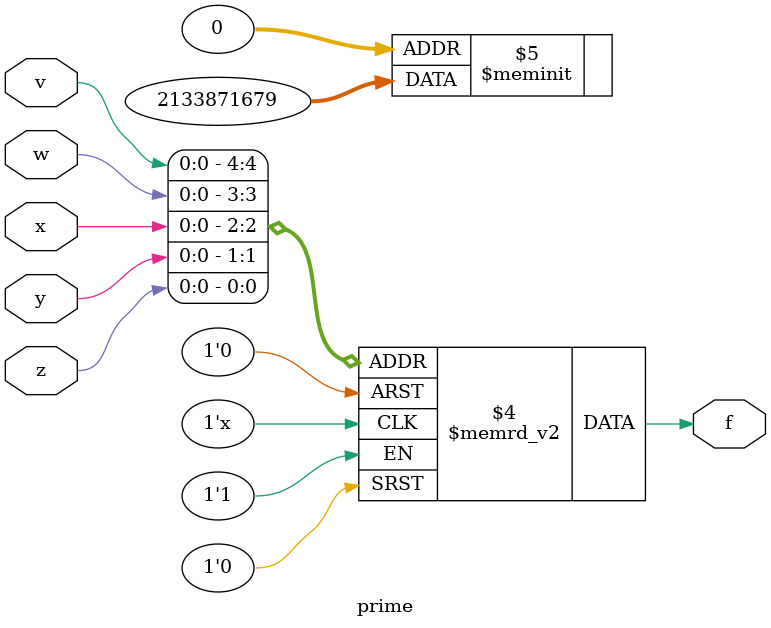
<source format=v>
/*module prime(n,f);
  input [3:0]n;
  output f;
  assign f=(n==1)|(n==2)|(n==3)|(n==5)|(n==7)|(n==11)|(n==13);
endmodule*/

/*module prime(n,f);
  input [3:0]n;
  output f;
  assign f=(~n[3]&~n[2]&~n[1]&n[0])|(~n[3]&~n[2]&n[1]&~n[0])|(~n[3]&~n[2]&n[1]&n[0])|(~n[3]&n[2]&~n[1]&n[0])|(~n[3]&n[2]&n[1]&n[0])|(n[3]&~n[2]&n[1]&n[0])|(n[3]&n[2]&~n[1]&n[0]);
endmodule*/

module prime(v,w,x,y,z,f);
  input v,w,x,y,z;
  output f;
  reg f;
  always@(v or w or x or y or z)
    begin
    case({v,w,x,y,z})
      0,1,2,3,4,5,10,11,14,20,21,24,25,26,27,28,29,30:
        f=1;
      default:
        f=0;
    endcase
    end
endmodule


/*module prime(n,f);
  input [3:0]n;
  output f;
  reg f;
  always@(n)
    begin
    case(n)
      1,2,3,5,7,11,13:
        f=1;
      default:
        f=0;
    endcase
    end
endmodule*/

//------------------------

/*module prime(n,f);
  input [3:0]n ;
  output f;
  wire [6:0]and_n;
  wire [3:0]not_n;
  not_gate(n[3],not_n[3]);
  not_gate(n[2],not_n[2]);
  not_gate(n[1],not_n[1]);
  not_gate(n[0],not_n[0]);
  and_gate(not_n[3],not_n[2],not_n[1],n[0],and_n[6]);
  and_gate(not_n[3],not_n[2],n[1],not_n[0],and_n[5]);
  and_gate(not_n[3],not_n[2],n[1],n[0],and_n[4]);
  and_gate(not_n[3],n[2],not_n[1],n[0],and_n[3]);
  and_gate(not_n[3],n[2],n[1],n[0],and_n[2]);
  and_gate(n[3],not_n[2],n[1],n[0],and_n[1]);
  and_gate(n[3],n[2],not_n[1],n[0],and_n[0]);
  or_gate(and_n,f);
endmodule

module and_gate(a,b,c,d,f);	//and¹h
  input a,b,c,d;
  output f;
  assign f=a&b&c&d;
endmodule

module or_gate(n,f);	//or¹h
  input [6:0]n;
  output f;
  assign y=n[6]|n[5]|n[4]|n[3]|n[2]|n[1]|n[0];
endmodule

module not_gate(n,f);	//not¹h
  input n;
  output f;
  f=~n;
endmodule*/
</source>
